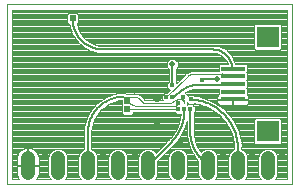
<source format=gbl>
G75*
%MOIN*%
%OFA0B0*%
%FSLAX25Y25*%
%IPPOS*%
%LPD*%
%AMOC8*
5,1,8,0,0,1.08239X$1,22.5*
%
%ADD10C,0.00000*%
%ADD11R,0.07874X0.01575*%
%ADD12R,0.07480X0.07087*%
%ADD13C,0.04800*%
%ADD14C,0.02800*%
%ADD15C,0.02000*%
%ADD16C,0.00400*%
%ADD17C,0.00700*%
%ADD18C,0.01600*%
%ADD19R,0.02000X0.02000*%
%ADD20C,0.00600*%
D10*
X0001351Y0007367D02*
X0096351Y0007367D01*
X0096351Y0067367D01*
X0001351Y0067367D01*
X0001351Y0007367D01*
D11*
X0076561Y0035771D03*
X0076561Y0038330D03*
X0076561Y0040889D03*
X0076561Y0043448D03*
X0076561Y0046007D03*
D12*
X0088175Y0056637D03*
X0088175Y0025141D03*
D13*
X0088251Y0016067D02*
X0088251Y0011267D01*
X0078251Y0011267D02*
X0078251Y0016067D01*
X0068251Y0016067D02*
X0068251Y0011267D01*
X0058251Y0011267D02*
X0058251Y0016067D01*
X0048251Y0016067D02*
X0048251Y0011267D01*
X0038251Y0011267D02*
X0038251Y0016067D01*
X0028251Y0016067D02*
X0028251Y0011267D01*
X0018251Y0011267D02*
X0018251Y0016067D01*
X0008251Y0016067D02*
X0008251Y0011267D01*
D14*
X0051357Y0036322D03*
D15*
X0051351Y0027367D03*
X0058851Y0021367D03*
X0070851Y0026367D03*
X0073351Y0017367D03*
X0082851Y0017367D03*
X0092851Y0017367D03*
X0071251Y0042567D03*
X0056351Y0047367D03*
X0043851Y0017367D03*
X0033351Y0017367D03*
X0013851Y0017367D03*
D16*
X0015145Y0016931D02*
X0011749Y0016931D01*
X0011712Y0017117D02*
X0011441Y0017772D01*
X0011047Y0018362D01*
X0010546Y0018863D01*
X0009956Y0019257D01*
X0009301Y0019528D01*
X0008605Y0019667D01*
X0008451Y0019667D01*
X0008451Y0013867D01*
X0008051Y0013867D01*
X0008051Y0019667D01*
X0007896Y0019667D01*
X0007201Y0019528D01*
X0006546Y0019257D01*
X0005956Y0018863D01*
X0005454Y0018362D01*
X0005061Y0017772D01*
X0004789Y0017117D01*
X0004651Y0016421D01*
X0004651Y0013867D01*
X0008051Y0013867D01*
X0008051Y0013467D01*
X0004651Y0013467D01*
X0004651Y0010912D01*
X0004789Y0010217D01*
X0005061Y0009561D01*
X0005391Y0009067D01*
X0003051Y0009067D01*
X0003051Y0065667D01*
X0094651Y0065667D01*
X0094651Y0009067D01*
X0090576Y0009067D01*
X0090964Y0009454D01*
X0091451Y0010630D01*
X0091451Y0016703D01*
X0090964Y0017879D01*
X0090063Y0018779D01*
X0088887Y0019267D01*
X0087614Y0019267D01*
X0086438Y0018779D01*
X0085538Y0017879D01*
X0085051Y0016703D01*
X0085051Y0010630D01*
X0085538Y0009454D01*
X0085925Y0009067D01*
X0080576Y0009067D01*
X0080964Y0009454D01*
X0081451Y0010630D01*
X0081451Y0016703D01*
X0080964Y0017879D01*
X0080063Y0018779D01*
X0079429Y0019042D01*
X0079516Y0020767D01*
X0078546Y0025285D01*
X0076439Y0029399D01*
X0073340Y0032827D01*
X0073340Y0032827D01*
X0069459Y0035337D01*
X0069459Y0035337D01*
X0065061Y0036756D01*
X0065061Y0036756D01*
X0063865Y0036816D01*
X0063358Y0037324D01*
X0062032Y0037324D01*
X0061730Y0037021D01*
X0061730Y0037030D01*
X0060792Y0037967D01*
X0060495Y0037967D01*
X0061195Y0038471D01*
X0063212Y0039221D01*
X0064288Y0039317D01*
X0071824Y0039317D01*
X0071824Y0037455D01*
X0071663Y0037295D01*
X0071505Y0037022D01*
X0071424Y0036716D01*
X0071424Y0035965D01*
X0076367Y0035965D01*
X0076367Y0035577D01*
X0076754Y0035577D01*
X0076754Y0033784D01*
X0080656Y0033784D01*
X0080961Y0033865D01*
X0081234Y0034023D01*
X0081458Y0034247D01*
X0081616Y0034520D01*
X0081698Y0034826D01*
X0081698Y0035577D01*
X0076754Y0035577D01*
X0076754Y0035965D01*
X0081698Y0035965D01*
X0081698Y0036716D01*
X0081616Y0037022D01*
X0081458Y0037295D01*
X0081298Y0037455D01*
X0081298Y0039449D01*
X0081137Y0039610D01*
X0081298Y0039770D01*
X0081298Y0042008D01*
X0081137Y0042169D01*
X0081298Y0042329D01*
X0081298Y0044567D01*
X0081137Y0044728D01*
X0081298Y0044888D01*
X0081298Y0047126D01*
X0080829Y0047595D01*
X0077462Y0047595D01*
X0076358Y0050261D01*
X0074245Y0052373D01*
X0074245Y0052373D01*
X0071485Y0053517D01*
X0033551Y0053517D01*
X0032104Y0053631D01*
X0029351Y0054525D01*
X0027010Y0056226D01*
X0025309Y0058567D01*
X0024518Y0061002D01*
X0024951Y0061435D01*
X0024951Y0064098D01*
X0024482Y0064567D01*
X0021819Y0064567D01*
X0021351Y0064098D01*
X0021351Y0061435D01*
X0021819Y0060967D01*
X0022001Y0060967D01*
X0022001Y0060937D01*
X0023131Y0057458D01*
X0023131Y0057458D01*
X0025282Y0054498D01*
X0028242Y0052347D01*
X0031721Y0051217D01*
X0069991Y0051217D01*
X0071008Y0051117D01*
X0072886Y0050339D01*
X0074323Y0048901D01*
X0074864Y0047595D01*
X0072292Y0047595D01*
X0071824Y0047126D01*
X0071824Y0045167D01*
X0062530Y0045167D01*
X0061261Y0044641D01*
X0061261Y0044641D01*
X0061067Y0044447D01*
X0061065Y0044447D01*
X0060773Y0044153D01*
X0060482Y0043862D01*
X0060482Y0043860D01*
X0057836Y0041195D01*
X0057543Y0041487D01*
X0057511Y0045981D01*
X0058151Y0046621D01*
X0058151Y0048112D01*
X0057096Y0049167D01*
X0055605Y0049167D01*
X0054551Y0048112D01*
X0054551Y0046621D01*
X0055211Y0045961D01*
X0055243Y0041471D01*
X0054801Y0041029D01*
X0054801Y0039704D01*
X0055581Y0038924D01*
X0054630Y0037967D01*
X0053788Y0037967D01*
X0052851Y0037029D01*
X0052851Y0035704D01*
X0053188Y0035367D01*
X0048039Y0035367D01*
X0047698Y0035400D01*
X0047068Y0035661D01*
X0046864Y0035829D01*
X0046479Y0036441D01*
X0046479Y0036441D01*
X0046479Y0036441D01*
X0045058Y0037448D01*
X0045058Y0037448D01*
X0044490Y0037578D01*
X0044401Y0037667D01*
X0044099Y0037667D01*
X0043805Y0037734D01*
X0043698Y0037667D01*
X0040827Y0037667D01*
X0040677Y0037817D01*
X0038126Y0037817D01*
X0034179Y0036534D01*
X0030822Y0034095D01*
X0028383Y0030738D01*
X0027101Y0026791D01*
X0027101Y0019054D01*
X0026438Y0018779D01*
X0025538Y0017879D01*
X0025051Y0016703D01*
X0025051Y0010630D01*
X0025538Y0009454D01*
X0025925Y0009067D01*
X0020576Y0009067D01*
X0020964Y0009454D01*
X0021451Y0010630D01*
X0021451Y0016703D01*
X0020964Y0017879D01*
X0020063Y0018779D01*
X0018887Y0019267D01*
X0017614Y0019267D01*
X0016438Y0018779D01*
X0015538Y0017879D01*
X0015051Y0016703D01*
X0015051Y0010630D01*
X0015538Y0009454D01*
X0015925Y0009067D01*
X0011110Y0009067D01*
X0011441Y0009561D01*
X0011712Y0010217D01*
X0011851Y0010912D01*
X0011851Y0013467D01*
X0008451Y0013467D01*
X0008451Y0013867D01*
X0011851Y0013867D01*
X0011851Y0016421D01*
X0011712Y0017117D01*
X0011624Y0017329D02*
X0015310Y0017329D01*
X0015475Y0017728D02*
X0011459Y0017728D01*
X0011204Y0018126D02*
X0015785Y0018126D01*
X0016184Y0018525D02*
X0010884Y0018525D01*
X0010455Y0018923D02*
X0016786Y0018923D01*
X0019716Y0018923D02*
X0026786Y0018923D01*
X0027101Y0019322D02*
X0009799Y0019322D01*
X0008451Y0019322D02*
X0008051Y0019322D01*
X0008051Y0018923D02*
X0008451Y0018923D01*
X0008451Y0018525D02*
X0008051Y0018525D01*
X0008051Y0018126D02*
X0008451Y0018126D01*
X0008451Y0017728D02*
X0008051Y0017728D01*
X0008051Y0017329D02*
X0008451Y0017329D01*
X0008451Y0016931D02*
X0008051Y0016931D01*
X0008051Y0016532D02*
X0008451Y0016532D01*
X0008451Y0016134D02*
X0008051Y0016134D01*
X0008051Y0015735D02*
X0008451Y0015735D01*
X0008451Y0015337D02*
X0008051Y0015337D01*
X0008051Y0014938D02*
X0008451Y0014938D01*
X0008451Y0014540D02*
X0008051Y0014540D01*
X0008051Y0014141D02*
X0008451Y0014141D01*
X0008451Y0013743D02*
X0015051Y0013743D01*
X0015051Y0014141D02*
X0011851Y0014141D01*
X0011851Y0014540D02*
X0015051Y0014540D01*
X0015051Y0014938D02*
X0011851Y0014938D01*
X0011851Y0015337D02*
X0015051Y0015337D01*
X0015051Y0015735D02*
X0011851Y0015735D01*
X0011851Y0016134D02*
X0015051Y0016134D01*
X0015051Y0016532D02*
X0011829Y0016532D01*
X0011851Y0013344D02*
X0015051Y0013344D01*
X0015051Y0012946D02*
X0011851Y0012946D01*
X0011851Y0012547D02*
X0015051Y0012547D01*
X0015051Y0012149D02*
X0011851Y0012149D01*
X0011851Y0011750D02*
X0015051Y0011750D01*
X0015051Y0011352D02*
X0011851Y0011352D01*
X0011851Y0010953D02*
X0015051Y0010953D01*
X0015082Y0010555D02*
X0011780Y0010555D01*
X0011687Y0010156D02*
X0015247Y0010156D01*
X0015412Y0009758D02*
X0011522Y0009758D01*
X0011306Y0009359D02*
X0015633Y0009359D01*
X0020869Y0009359D02*
X0025633Y0009359D01*
X0025412Y0009758D02*
X0021089Y0009758D01*
X0021254Y0010156D02*
X0025247Y0010156D01*
X0025082Y0010555D02*
X0021420Y0010555D01*
X0021451Y0010953D02*
X0025051Y0010953D01*
X0025051Y0011352D02*
X0021451Y0011352D01*
X0021451Y0011750D02*
X0025051Y0011750D01*
X0025051Y0012149D02*
X0021451Y0012149D01*
X0021451Y0012547D02*
X0025051Y0012547D01*
X0025051Y0012946D02*
X0021451Y0012946D01*
X0021451Y0013344D02*
X0025051Y0013344D01*
X0025051Y0013743D02*
X0021451Y0013743D01*
X0021451Y0014141D02*
X0025051Y0014141D01*
X0025051Y0014540D02*
X0021451Y0014540D01*
X0021451Y0014938D02*
X0025051Y0014938D01*
X0025051Y0015337D02*
X0021451Y0015337D01*
X0021451Y0015735D02*
X0025051Y0015735D01*
X0025051Y0016134D02*
X0021451Y0016134D01*
X0021451Y0016532D02*
X0025051Y0016532D01*
X0025145Y0016931D02*
X0021356Y0016931D01*
X0021191Y0017329D02*
X0025310Y0017329D01*
X0025475Y0017728D02*
X0021026Y0017728D01*
X0020716Y0018126D02*
X0025785Y0018126D01*
X0026184Y0018525D02*
X0020318Y0018525D01*
X0027101Y0019721D02*
X0003051Y0019721D01*
X0003051Y0020119D02*
X0027101Y0020119D01*
X0027101Y0020518D02*
X0003051Y0020518D01*
X0003051Y0020916D02*
X0027101Y0020916D01*
X0027101Y0021315D02*
X0003051Y0021315D01*
X0003051Y0021713D02*
X0027101Y0021713D01*
X0027101Y0022112D02*
X0003051Y0022112D01*
X0003051Y0022510D02*
X0027101Y0022510D01*
X0027101Y0022909D02*
X0003051Y0022909D01*
X0003051Y0023307D02*
X0027101Y0023307D01*
X0027101Y0023706D02*
X0003051Y0023706D01*
X0003051Y0024104D02*
X0027101Y0024104D01*
X0027101Y0024503D02*
X0003051Y0024503D01*
X0003051Y0024901D02*
X0027101Y0024901D01*
X0027101Y0025300D02*
X0003051Y0025300D01*
X0003051Y0025698D02*
X0027101Y0025698D01*
X0027101Y0026097D02*
X0003051Y0026097D01*
X0003051Y0026495D02*
X0027101Y0026495D01*
X0027134Y0026894D02*
X0003051Y0026894D01*
X0003051Y0027292D02*
X0027263Y0027292D01*
X0027393Y0027691D02*
X0003051Y0027691D01*
X0003051Y0028089D02*
X0027522Y0028089D01*
X0027652Y0028488D02*
X0003051Y0028488D01*
X0003051Y0028886D02*
X0027781Y0028886D01*
X0027911Y0029285D02*
X0003051Y0029285D01*
X0003051Y0029683D02*
X0028040Y0029683D01*
X0028170Y0030082D02*
X0003051Y0030082D01*
X0003051Y0030480D02*
X0028299Y0030480D01*
X0028383Y0030738D02*
X0028383Y0030738D01*
X0028485Y0030879D02*
X0003051Y0030879D01*
X0003051Y0031277D02*
X0028775Y0031277D01*
X0029064Y0031676D02*
X0003051Y0031676D01*
X0003051Y0032074D02*
X0029354Y0032074D01*
X0029644Y0032473D02*
X0003051Y0032473D01*
X0003051Y0032871D02*
X0029933Y0032871D01*
X0030223Y0033270D02*
X0003051Y0033270D01*
X0003051Y0033668D02*
X0030512Y0033668D01*
X0030802Y0034067D02*
X0003051Y0034067D01*
X0003051Y0034465D02*
X0031332Y0034465D01*
X0030822Y0034095D02*
X0030822Y0034095D01*
X0030822Y0034095D01*
X0031880Y0034864D02*
X0003051Y0034864D01*
X0003051Y0035262D02*
X0032429Y0035262D01*
X0032977Y0035661D02*
X0003051Y0035661D01*
X0003051Y0036059D02*
X0033526Y0036059D01*
X0034074Y0036458D02*
X0003051Y0036458D01*
X0003051Y0036856D02*
X0035171Y0036856D01*
X0034179Y0036534D02*
X0034179Y0036534D01*
X0036397Y0037255D02*
X0003051Y0037255D01*
X0003051Y0037654D02*
X0037624Y0037654D01*
X0038511Y0035384D02*
X0039601Y0035469D01*
X0039601Y0033785D01*
X0039619Y0033767D01*
X0039601Y0033748D01*
X0039601Y0031085D01*
X0040069Y0030617D01*
X0042732Y0030617D01*
X0043201Y0031085D01*
X0043201Y0031422D01*
X0057142Y0031463D01*
X0057738Y0030867D01*
X0059064Y0030867D01*
X0059159Y0030962D01*
X0059090Y0029914D01*
X0058216Y0026651D01*
X0056527Y0023725D01*
X0055410Y0022453D01*
X0055167Y0022209D01*
X0055074Y0022116D01*
X0050900Y0017943D01*
X0050063Y0018779D01*
X0048887Y0019267D01*
X0047614Y0019267D01*
X0046438Y0018779D01*
X0045538Y0017879D01*
X0045051Y0016703D01*
X0045051Y0010630D01*
X0045538Y0009454D01*
X0045925Y0009067D01*
X0040576Y0009067D01*
X0040964Y0009454D01*
X0041451Y0010630D01*
X0041451Y0016703D01*
X0040964Y0017879D01*
X0040063Y0018779D01*
X0038887Y0019267D01*
X0037614Y0019267D01*
X0036438Y0018779D01*
X0035538Y0017879D01*
X0035051Y0016703D01*
X0035051Y0010630D01*
X0035538Y0009454D01*
X0035925Y0009067D01*
X0030576Y0009067D01*
X0030964Y0009454D01*
X0031451Y0010630D01*
X0031451Y0016703D01*
X0030964Y0017879D01*
X0030063Y0018779D01*
X0029401Y0019054D01*
X0029401Y0024717D01*
X0029534Y0026406D01*
X0030578Y0029620D01*
X0032564Y0032353D01*
X0035298Y0034340D01*
X0038511Y0035384D01*
X0038138Y0035262D02*
X0039601Y0035262D01*
X0039601Y0034864D02*
X0036912Y0034864D01*
X0035685Y0034465D02*
X0039601Y0034465D01*
X0039601Y0034067D02*
X0034922Y0034067D01*
X0034374Y0033668D02*
X0039601Y0033668D01*
X0039601Y0033270D02*
X0033825Y0033270D01*
X0033277Y0032871D02*
X0039601Y0032871D01*
X0039601Y0032473D02*
X0032728Y0032473D01*
X0032361Y0032074D02*
X0039601Y0032074D01*
X0039601Y0031676D02*
X0032072Y0031676D01*
X0031782Y0031277D02*
X0039601Y0031277D01*
X0039807Y0030879D02*
X0031493Y0030879D01*
X0031203Y0030480D02*
X0059127Y0030480D01*
X0059101Y0030082D02*
X0030914Y0030082D01*
X0030624Y0029683D02*
X0059028Y0029683D01*
X0058921Y0029285D02*
X0030469Y0029285D01*
X0030340Y0028886D02*
X0058815Y0028886D01*
X0058708Y0028488D02*
X0030210Y0028488D01*
X0030081Y0028089D02*
X0058601Y0028089D01*
X0058494Y0027691D02*
X0029951Y0027691D01*
X0029822Y0027292D02*
X0058388Y0027292D01*
X0058281Y0026894D02*
X0029692Y0026894D01*
X0029563Y0026495D02*
X0058126Y0026495D01*
X0057896Y0026097D02*
X0029509Y0026097D01*
X0029478Y0025698D02*
X0057666Y0025698D01*
X0057436Y0025300D02*
X0029447Y0025300D01*
X0029415Y0024901D02*
X0057205Y0024901D01*
X0056975Y0024503D02*
X0029401Y0024503D01*
X0029401Y0024104D02*
X0056745Y0024104D01*
X0056509Y0023706D02*
X0029401Y0023706D01*
X0029401Y0023307D02*
X0056160Y0023307D01*
X0055810Y0022909D02*
X0029401Y0022909D01*
X0029401Y0022510D02*
X0055461Y0022510D01*
X0055069Y0022112D02*
X0029401Y0022112D01*
X0029401Y0021713D02*
X0054671Y0021713D01*
X0054272Y0021315D02*
X0029401Y0021315D01*
X0029401Y0020916D02*
X0053874Y0020916D01*
X0053475Y0020518D02*
X0029401Y0020518D01*
X0029401Y0020119D02*
X0053077Y0020119D01*
X0052678Y0019721D02*
X0029401Y0019721D01*
X0029401Y0019322D02*
X0052280Y0019322D01*
X0051881Y0018923D02*
X0049716Y0018923D01*
X0050318Y0018525D02*
X0051483Y0018525D01*
X0051084Y0018126D02*
X0050716Y0018126D01*
X0052344Y0016134D02*
X0055051Y0016134D01*
X0055051Y0016532D02*
X0052743Y0016532D01*
X0053141Y0016931D02*
X0055145Y0016931D01*
X0055051Y0016703D02*
X0055051Y0010630D01*
X0055538Y0009454D01*
X0055925Y0009067D01*
X0050576Y0009067D01*
X0050964Y0009454D01*
X0051451Y0010630D01*
X0051451Y0015240D01*
X0056700Y0020489D01*
X0056795Y0020585D01*
X0057374Y0021163D01*
X0058456Y0022245D01*
X0060462Y0025721D01*
X0061185Y0028418D01*
X0061174Y0025461D01*
X0061166Y0023538D01*
X0062215Y0019582D01*
X0062215Y0019582D01*
X0064257Y0016034D01*
X0065051Y0015240D01*
X0065051Y0010630D01*
X0065538Y0009454D01*
X0065925Y0009067D01*
X0060576Y0009067D01*
X0060964Y0009454D01*
X0061451Y0010630D01*
X0061451Y0016703D01*
X0060964Y0017879D01*
X0060063Y0018779D01*
X0058887Y0019267D01*
X0057614Y0019267D01*
X0056438Y0018779D01*
X0055538Y0017879D01*
X0055051Y0016703D01*
X0055310Y0017329D02*
X0053540Y0017329D01*
X0053938Y0017728D02*
X0055475Y0017728D01*
X0055785Y0018126D02*
X0054337Y0018126D01*
X0054735Y0018525D02*
X0056184Y0018525D01*
X0056786Y0018923D02*
X0055134Y0018923D01*
X0055532Y0019322D02*
X0062364Y0019322D01*
X0062178Y0019721D02*
X0055931Y0019721D01*
X0056330Y0020119D02*
X0062072Y0020119D01*
X0061967Y0020518D02*
X0056728Y0020518D01*
X0057127Y0020916D02*
X0061861Y0020916D01*
X0061755Y0021315D02*
X0057525Y0021315D01*
X0057924Y0021713D02*
X0061650Y0021713D01*
X0061544Y0022112D02*
X0058322Y0022112D01*
X0058456Y0022245D02*
X0058456Y0022245D01*
X0058609Y0022510D02*
X0061438Y0022510D01*
X0061333Y0022909D02*
X0058839Y0022909D01*
X0059069Y0023307D02*
X0061227Y0023307D01*
X0061166Y0023538D02*
X0061166Y0023538D01*
X0061167Y0023706D02*
X0059299Y0023706D01*
X0059529Y0024104D02*
X0061168Y0024104D01*
X0061170Y0024503D02*
X0059759Y0024503D01*
X0059989Y0024901D02*
X0061171Y0024901D01*
X0061173Y0025300D02*
X0060219Y0025300D01*
X0060449Y0025698D02*
X0061174Y0025698D01*
X0061176Y0026097D02*
X0060563Y0026097D01*
X0060462Y0025721D02*
X0060462Y0025721D01*
X0060670Y0026495D02*
X0061178Y0026495D01*
X0061179Y0026894D02*
X0060776Y0026894D01*
X0060883Y0027292D02*
X0061181Y0027292D01*
X0061182Y0027691D02*
X0060990Y0027691D01*
X0061097Y0028089D02*
X0061184Y0028089D01*
X0063484Y0028089D02*
X0074347Y0028089D01*
X0074422Y0028006D02*
X0076236Y0024462D01*
X0077072Y0020569D01*
X0077095Y0019052D01*
X0076438Y0018779D01*
X0075538Y0017879D01*
X0075051Y0016703D01*
X0075051Y0010630D01*
X0075538Y0009454D01*
X0075925Y0009067D01*
X0070576Y0009067D01*
X0070964Y0009454D01*
X0071451Y0010630D01*
X0071451Y0016703D01*
X0070964Y0017879D01*
X0070063Y0018779D01*
X0068887Y0019267D01*
X0067614Y0019267D01*
X0066438Y0018779D01*
X0065818Y0018160D01*
X0064466Y0020509D01*
X0063581Y0023848D01*
X0063474Y0025575D01*
X0063475Y0025719D01*
X0063476Y0026052D01*
X0063476Y0026052D01*
X0063496Y0031350D01*
X0063951Y0031804D01*
X0063951Y0033129D01*
X0063014Y0034067D01*
X0061688Y0034067D01*
X0061326Y0033704D01*
X0061164Y0033866D01*
X0061351Y0034052D01*
X0061351Y0034119D01*
X0061392Y0034171D01*
X0061351Y0034525D01*
X0061351Y0034805D01*
X0062032Y0034124D01*
X0063358Y0034124D01*
X0063687Y0034453D01*
X0064619Y0034345D01*
X0068408Y0033122D01*
X0071752Y0030960D01*
X0074422Y0028006D01*
X0074583Y0027691D02*
X0063482Y0027691D01*
X0063481Y0027292D02*
X0074787Y0027292D01*
X0074992Y0026894D02*
X0063479Y0026894D01*
X0063478Y0026495D02*
X0075196Y0026495D01*
X0075400Y0026097D02*
X0063476Y0026097D01*
X0063474Y0025698D02*
X0075604Y0025698D01*
X0075808Y0025300D02*
X0063491Y0025300D01*
X0063516Y0024901D02*
X0076012Y0024901D01*
X0076216Y0024503D02*
X0063540Y0024503D01*
X0063565Y0024104D02*
X0076313Y0024104D01*
X0076399Y0023706D02*
X0063619Y0023706D01*
X0063724Y0023307D02*
X0076484Y0023307D01*
X0076570Y0022909D02*
X0063830Y0022909D01*
X0063936Y0022510D02*
X0076656Y0022510D01*
X0076741Y0022112D02*
X0064041Y0022112D01*
X0064147Y0021713D02*
X0076827Y0021713D01*
X0076912Y0021315D02*
X0064253Y0021315D01*
X0064358Y0020916D02*
X0076998Y0020916D01*
X0077073Y0020518D02*
X0064464Y0020518D01*
X0064691Y0020119D02*
X0077079Y0020119D01*
X0077085Y0019721D02*
X0064920Y0019721D01*
X0065149Y0019322D02*
X0077091Y0019322D01*
X0076786Y0018923D02*
X0069716Y0018923D01*
X0070318Y0018525D02*
X0076184Y0018525D01*
X0075785Y0018126D02*
X0070716Y0018126D01*
X0071026Y0017728D02*
X0075475Y0017728D01*
X0075310Y0017329D02*
X0071191Y0017329D01*
X0071356Y0016931D02*
X0075145Y0016931D01*
X0075051Y0016532D02*
X0071451Y0016532D01*
X0071451Y0016134D02*
X0075051Y0016134D01*
X0075051Y0015735D02*
X0071451Y0015735D01*
X0071451Y0015337D02*
X0075051Y0015337D01*
X0075051Y0014938D02*
X0071451Y0014938D01*
X0071451Y0014540D02*
X0075051Y0014540D01*
X0075051Y0014141D02*
X0071451Y0014141D01*
X0071451Y0013743D02*
X0075051Y0013743D01*
X0075051Y0013344D02*
X0071451Y0013344D01*
X0071451Y0012946D02*
X0075051Y0012946D01*
X0075051Y0012547D02*
X0071451Y0012547D01*
X0071451Y0012149D02*
X0075051Y0012149D01*
X0075051Y0011750D02*
X0071451Y0011750D01*
X0071451Y0011352D02*
X0075051Y0011352D01*
X0075051Y0010953D02*
X0071451Y0010953D01*
X0071420Y0010555D02*
X0075082Y0010555D01*
X0075247Y0010156D02*
X0071254Y0010156D01*
X0071089Y0009758D02*
X0075412Y0009758D01*
X0075633Y0009359D02*
X0070869Y0009359D01*
X0065633Y0009359D02*
X0060869Y0009359D01*
X0061089Y0009758D02*
X0065412Y0009758D01*
X0065247Y0010156D02*
X0061254Y0010156D01*
X0061420Y0010555D02*
X0065082Y0010555D01*
X0065051Y0010953D02*
X0061451Y0010953D01*
X0061451Y0011352D02*
X0065051Y0011352D01*
X0065051Y0011750D02*
X0061451Y0011750D01*
X0061451Y0012149D02*
X0065051Y0012149D01*
X0065051Y0012547D02*
X0061451Y0012547D01*
X0061451Y0012946D02*
X0065051Y0012946D01*
X0065051Y0013344D02*
X0061451Y0013344D01*
X0061451Y0013743D02*
X0065051Y0013743D01*
X0065051Y0014141D02*
X0061451Y0014141D01*
X0061451Y0014540D02*
X0065051Y0014540D01*
X0065051Y0014938D02*
X0061451Y0014938D01*
X0061451Y0015337D02*
X0064954Y0015337D01*
X0064556Y0015735D02*
X0061451Y0015735D01*
X0061451Y0016134D02*
X0064199Y0016134D01*
X0064257Y0016034D02*
X0064257Y0016034D01*
X0063970Y0016532D02*
X0061451Y0016532D01*
X0061356Y0016931D02*
X0063741Y0016931D01*
X0063511Y0017329D02*
X0061191Y0017329D01*
X0061026Y0017728D02*
X0063282Y0017728D01*
X0063053Y0018126D02*
X0060716Y0018126D01*
X0060318Y0018525D02*
X0062823Y0018525D01*
X0062594Y0018923D02*
X0059716Y0018923D01*
X0055051Y0015735D02*
X0051946Y0015735D01*
X0051547Y0015337D02*
X0055051Y0015337D01*
X0055051Y0014938D02*
X0051451Y0014938D01*
X0051451Y0014540D02*
X0055051Y0014540D01*
X0055051Y0014141D02*
X0051451Y0014141D01*
X0051451Y0013743D02*
X0055051Y0013743D01*
X0055051Y0013344D02*
X0051451Y0013344D01*
X0051451Y0012946D02*
X0055051Y0012946D01*
X0055051Y0012547D02*
X0051451Y0012547D01*
X0051451Y0012149D02*
X0055051Y0012149D01*
X0055051Y0011750D02*
X0051451Y0011750D01*
X0051451Y0011352D02*
X0055051Y0011352D01*
X0055051Y0010953D02*
X0051451Y0010953D01*
X0051420Y0010555D02*
X0055082Y0010555D01*
X0055247Y0010156D02*
X0051254Y0010156D01*
X0051089Y0009758D02*
X0055412Y0009758D01*
X0055633Y0009359D02*
X0050869Y0009359D01*
X0045633Y0009359D02*
X0040869Y0009359D01*
X0041089Y0009758D02*
X0045412Y0009758D01*
X0045247Y0010156D02*
X0041254Y0010156D01*
X0041420Y0010555D02*
X0045082Y0010555D01*
X0045051Y0010953D02*
X0041451Y0010953D01*
X0041451Y0011352D02*
X0045051Y0011352D01*
X0045051Y0011750D02*
X0041451Y0011750D01*
X0041451Y0012149D02*
X0045051Y0012149D01*
X0045051Y0012547D02*
X0041451Y0012547D01*
X0041451Y0012946D02*
X0045051Y0012946D01*
X0045051Y0013344D02*
X0041451Y0013344D01*
X0041451Y0013743D02*
X0045051Y0013743D01*
X0045051Y0014141D02*
X0041451Y0014141D01*
X0041451Y0014540D02*
X0045051Y0014540D01*
X0045051Y0014938D02*
X0041451Y0014938D01*
X0041451Y0015337D02*
X0045051Y0015337D01*
X0045051Y0015735D02*
X0041451Y0015735D01*
X0041451Y0016134D02*
X0045051Y0016134D01*
X0045051Y0016532D02*
X0041451Y0016532D01*
X0041356Y0016931D02*
X0045145Y0016931D01*
X0045310Y0017329D02*
X0041191Y0017329D01*
X0041026Y0017728D02*
X0045475Y0017728D01*
X0045785Y0018126D02*
X0040716Y0018126D01*
X0040318Y0018525D02*
X0046184Y0018525D01*
X0046786Y0018923D02*
X0039716Y0018923D01*
X0036786Y0018923D02*
X0029716Y0018923D01*
X0030318Y0018525D02*
X0036184Y0018525D01*
X0035785Y0018126D02*
X0030716Y0018126D01*
X0031026Y0017728D02*
X0035475Y0017728D01*
X0035310Y0017329D02*
X0031191Y0017329D01*
X0031356Y0016931D02*
X0035145Y0016931D01*
X0035051Y0016532D02*
X0031451Y0016532D01*
X0031451Y0016134D02*
X0035051Y0016134D01*
X0035051Y0015735D02*
X0031451Y0015735D01*
X0031451Y0015337D02*
X0035051Y0015337D01*
X0035051Y0014938D02*
X0031451Y0014938D01*
X0031451Y0014540D02*
X0035051Y0014540D01*
X0035051Y0014141D02*
X0031451Y0014141D01*
X0031451Y0013743D02*
X0035051Y0013743D01*
X0035051Y0013344D02*
X0031451Y0013344D01*
X0031451Y0012946D02*
X0035051Y0012946D01*
X0035051Y0012547D02*
X0031451Y0012547D01*
X0031451Y0012149D02*
X0035051Y0012149D01*
X0035051Y0011750D02*
X0031451Y0011750D01*
X0031451Y0011352D02*
X0035051Y0011352D01*
X0035051Y0010953D02*
X0031451Y0010953D01*
X0031420Y0010555D02*
X0035082Y0010555D01*
X0035247Y0010156D02*
X0031254Y0010156D01*
X0031089Y0009758D02*
X0035412Y0009758D01*
X0035633Y0009359D02*
X0030869Y0009359D01*
X0008051Y0013743D02*
X0003051Y0013743D01*
X0003051Y0014141D02*
X0004651Y0014141D01*
X0004651Y0014540D02*
X0003051Y0014540D01*
X0003051Y0014938D02*
X0004651Y0014938D01*
X0004651Y0015337D02*
X0003051Y0015337D01*
X0003051Y0015735D02*
X0004651Y0015735D01*
X0004651Y0016134D02*
X0003051Y0016134D01*
X0003051Y0016532D02*
X0004673Y0016532D01*
X0004752Y0016931D02*
X0003051Y0016931D01*
X0003051Y0017329D02*
X0004877Y0017329D01*
X0005042Y0017728D02*
X0003051Y0017728D01*
X0003051Y0018126D02*
X0005297Y0018126D01*
X0005618Y0018525D02*
X0003051Y0018525D01*
X0003051Y0018923D02*
X0006047Y0018923D01*
X0006703Y0019322D02*
X0003051Y0019322D01*
X0003051Y0013344D02*
X0004651Y0013344D01*
X0004651Y0012946D02*
X0003051Y0012946D01*
X0003051Y0012547D02*
X0004651Y0012547D01*
X0004651Y0012149D02*
X0003051Y0012149D01*
X0003051Y0011750D02*
X0004651Y0011750D01*
X0004651Y0011352D02*
X0003051Y0011352D01*
X0003051Y0010953D02*
X0004651Y0010953D01*
X0004722Y0010555D02*
X0003051Y0010555D01*
X0003051Y0010156D02*
X0004814Y0010156D01*
X0004979Y0009758D02*
X0003051Y0009758D01*
X0003051Y0009359D02*
X0005196Y0009359D01*
X0041401Y0032417D02*
X0058401Y0032467D01*
X0057465Y0035444D02*
X0057544Y0035500D01*
X0057624Y0035552D01*
X0057707Y0035601D01*
X0057791Y0035647D01*
X0057878Y0035689D01*
X0057965Y0035728D01*
X0058055Y0035763D01*
X0058145Y0035795D01*
X0058237Y0035823D01*
X0058330Y0035848D01*
X0058424Y0035869D01*
X0058518Y0035886D01*
X0058614Y0035899D01*
X0058709Y0035908D01*
X0058805Y0035914D01*
X0058901Y0035916D01*
X0060130Y0036368D02*
X0060351Y0034467D01*
X0061358Y0034465D02*
X0061690Y0034465D01*
X0061351Y0034067D02*
X0065480Y0034067D01*
X0066714Y0033668D02*
X0063412Y0033668D01*
X0063810Y0033270D02*
X0067949Y0033270D01*
X0068795Y0032871D02*
X0063951Y0032871D01*
X0063951Y0032473D02*
X0069412Y0032473D01*
X0070028Y0032074D02*
X0063951Y0032074D01*
X0063823Y0031676D02*
X0070644Y0031676D01*
X0071261Y0031277D02*
X0063496Y0031277D01*
X0063495Y0030879D02*
X0071825Y0030879D01*
X0072185Y0030480D02*
X0063493Y0030480D01*
X0063492Y0030082D02*
X0072546Y0030082D01*
X0072906Y0029683D02*
X0063490Y0029683D01*
X0063488Y0029285D02*
X0073266Y0029285D01*
X0073626Y0028886D02*
X0063487Y0028886D01*
X0063485Y0028488D02*
X0073987Y0028488D01*
X0076182Y0029683D02*
X0094651Y0029683D01*
X0094651Y0029285D02*
X0092446Y0029285D01*
X0092246Y0029484D02*
X0092715Y0029016D01*
X0092715Y0021266D01*
X0092246Y0020798D01*
X0084103Y0020798D01*
X0083635Y0021266D01*
X0083635Y0029016D01*
X0084103Y0029484D01*
X0092246Y0029484D01*
X0092715Y0028886D02*
X0094651Y0028886D01*
X0094651Y0028488D02*
X0092715Y0028488D01*
X0092715Y0028089D02*
X0094651Y0028089D01*
X0094651Y0027691D02*
X0092715Y0027691D01*
X0092715Y0027292D02*
X0094651Y0027292D01*
X0094651Y0026894D02*
X0092715Y0026894D01*
X0092715Y0026495D02*
X0094651Y0026495D01*
X0094651Y0026097D02*
X0092715Y0026097D01*
X0092715Y0025698D02*
X0094651Y0025698D01*
X0094651Y0025300D02*
X0092715Y0025300D01*
X0092715Y0024901D02*
X0094651Y0024901D01*
X0094651Y0024503D02*
X0092715Y0024503D01*
X0092715Y0024104D02*
X0094651Y0024104D01*
X0094651Y0023706D02*
X0092715Y0023706D01*
X0092715Y0023307D02*
X0094651Y0023307D01*
X0094651Y0022909D02*
X0092715Y0022909D01*
X0092715Y0022510D02*
X0094651Y0022510D01*
X0094651Y0022112D02*
X0092715Y0022112D01*
X0092715Y0021713D02*
X0094651Y0021713D01*
X0094651Y0021315D02*
X0092715Y0021315D01*
X0092365Y0020916D02*
X0094651Y0020916D01*
X0094651Y0020518D02*
X0079503Y0020518D01*
X0079484Y0020916D02*
X0083985Y0020916D01*
X0083635Y0021315D02*
X0079398Y0021315D01*
X0079312Y0021713D02*
X0083635Y0021713D01*
X0083635Y0022112D02*
X0079227Y0022112D01*
X0079141Y0022510D02*
X0083635Y0022510D01*
X0083635Y0022909D02*
X0079056Y0022909D01*
X0078970Y0023307D02*
X0083635Y0023307D01*
X0083635Y0023706D02*
X0078885Y0023706D01*
X0078799Y0024104D02*
X0083635Y0024104D01*
X0083635Y0024503D02*
X0078714Y0024503D01*
X0078628Y0024901D02*
X0083635Y0024901D01*
X0083635Y0025300D02*
X0078538Y0025300D01*
X0078334Y0025698D02*
X0083635Y0025698D01*
X0083635Y0026097D02*
X0078130Y0026097D01*
X0077926Y0026495D02*
X0083635Y0026495D01*
X0083635Y0026894D02*
X0077722Y0026894D01*
X0077518Y0027292D02*
X0083635Y0027292D01*
X0083635Y0027691D02*
X0077314Y0027691D01*
X0077110Y0028089D02*
X0083635Y0028089D01*
X0083635Y0028488D02*
X0076906Y0028488D01*
X0076702Y0028886D02*
X0083635Y0028886D01*
X0083904Y0029285D02*
X0076498Y0029285D01*
X0076439Y0029399D02*
X0076439Y0029399D01*
X0075822Y0030082D02*
X0094651Y0030082D01*
X0094651Y0030480D02*
X0075462Y0030480D01*
X0075101Y0030879D02*
X0094651Y0030879D01*
X0094651Y0031277D02*
X0074741Y0031277D01*
X0074381Y0031676D02*
X0094651Y0031676D01*
X0094651Y0032074D02*
X0074021Y0032074D01*
X0073660Y0032473D02*
X0094651Y0032473D01*
X0094651Y0032871D02*
X0073272Y0032871D01*
X0073340Y0032827D02*
X0073340Y0032827D01*
X0072655Y0033270D02*
X0094651Y0033270D01*
X0094651Y0033668D02*
X0072039Y0033668D01*
X0072160Y0033865D02*
X0072466Y0033784D01*
X0076367Y0033784D01*
X0076367Y0035577D01*
X0071424Y0035577D01*
X0071424Y0034826D01*
X0071505Y0034520D01*
X0071663Y0034247D01*
X0071887Y0034023D01*
X0072160Y0033865D01*
X0071843Y0034067D02*
X0071423Y0034067D01*
X0071537Y0034465D02*
X0070806Y0034465D01*
X0070190Y0034864D02*
X0071424Y0034864D01*
X0071424Y0035262D02*
X0069574Y0035262D01*
X0068454Y0035661D02*
X0076367Y0035661D01*
X0076754Y0035661D02*
X0094651Y0035661D01*
X0094651Y0036059D02*
X0081698Y0036059D01*
X0081698Y0036458D02*
X0094651Y0036458D01*
X0094651Y0036856D02*
X0081660Y0036856D01*
X0081481Y0037255D02*
X0094651Y0037255D01*
X0094651Y0037654D02*
X0081298Y0037654D01*
X0081298Y0038052D02*
X0094651Y0038052D01*
X0094651Y0038451D02*
X0081298Y0038451D01*
X0081298Y0038849D02*
X0094651Y0038849D01*
X0094651Y0039248D02*
X0081298Y0039248D01*
X0081173Y0039646D02*
X0094651Y0039646D01*
X0094651Y0040045D02*
X0081298Y0040045D01*
X0081298Y0040443D02*
X0094651Y0040443D01*
X0094651Y0040842D02*
X0081298Y0040842D01*
X0081298Y0041240D02*
X0094651Y0041240D01*
X0094651Y0041639D02*
X0081298Y0041639D01*
X0081268Y0042037D02*
X0094651Y0042037D01*
X0094651Y0042436D02*
X0081298Y0042436D01*
X0081298Y0042834D02*
X0094651Y0042834D01*
X0094651Y0043233D02*
X0081298Y0043233D01*
X0081298Y0043631D02*
X0094651Y0043631D01*
X0094651Y0044030D02*
X0081298Y0044030D01*
X0081298Y0044428D02*
X0094651Y0044428D01*
X0094651Y0044827D02*
X0081236Y0044827D01*
X0081298Y0045225D02*
X0094651Y0045225D01*
X0094651Y0045624D02*
X0081298Y0045624D01*
X0081298Y0046022D02*
X0094651Y0046022D01*
X0094651Y0046421D02*
X0081298Y0046421D01*
X0081298Y0046819D02*
X0094651Y0046819D01*
X0094651Y0047218D02*
X0081206Y0047218D01*
X0077453Y0047616D02*
X0094651Y0047616D01*
X0094651Y0048015D02*
X0077288Y0048015D01*
X0077123Y0048413D02*
X0094651Y0048413D01*
X0094651Y0048812D02*
X0076958Y0048812D01*
X0076793Y0049210D02*
X0094651Y0049210D01*
X0094651Y0049609D02*
X0076628Y0049609D01*
X0076463Y0050007D02*
X0094651Y0050007D01*
X0094651Y0050406D02*
X0076213Y0050406D01*
X0075814Y0050804D02*
X0094651Y0050804D01*
X0094651Y0051203D02*
X0075416Y0051203D01*
X0075017Y0051601D02*
X0094651Y0051601D01*
X0094651Y0052000D02*
X0074619Y0052000D01*
X0074245Y0052373D02*
X0074245Y0052373D01*
X0074185Y0052398D02*
X0083999Y0052398D01*
X0084103Y0052294D02*
X0083635Y0052762D01*
X0083635Y0060512D01*
X0084103Y0060980D01*
X0092246Y0060980D01*
X0092715Y0060512D01*
X0092715Y0052762D01*
X0092246Y0052294D01*
X0084103Y0052294D01*
X0083635Y0052797D02*
X0073223Y0052797D01*
X0072260Y0053195D02*
X0083635Y0053195D01*
X0083635Y0053594D02*
X0032568Y0053594D01*
X0030990Y0053992D02*
X0083635Y0053992D01*
X0083635Y0054391D02*
X0029763Y0054391D01*
X0028987Y0054790D02*
X0083635Y0054790D01*
X0083635Y0055188D02*
X0028439Y0055188D01*
X0027890Y0055587D02*
X0083635Y0055587D01*
X0083635Y0055985D02*
X0027342Y0055985D01*
X0026896Y0056384D02*
X0083635Y0056384D01*
X0083635Y0056782D02*
X0026606Y0056782D01*
X0026316Y0057181D02*
X0083635Y0057181D01*
X0083635Y0057579D02*
X0026027Y0057579D01*
X0025737Y0057978D02*
X0083635Y0057978D01*
X0083635Y0058376D02*
X0025448Y0058376D01*
X0025242Y0058775D02*
X0083635Y0058775D01*
X0083635Y0059173D02*
X0025112Y0059173D01*
X0024983Y0059572D02*
X0083635Y0059572D01*
X0083635Y0059970D02*
X0024853Y0059970D01*
X0024724Y0060369D02*
X0083635Y0060369D01*
X0083890Y0060767D02*
X0024594Y0060767D01*
X0024681Y0061166D02*
X0094651Y0061166D01*
X0094651Y0061564D02*
X0024951Y0061564D01*
X0024951Y0061963D02*
X0094651Y0061963D01*
X0094651Y0062361D02*
X0024951Y0062361D01*
X0024951Y0062760D02*
X0094651Y0062760D01*
X0094651Y0063158D02*
X0024951Y0063158D01*
X0024951Y0063557D02*
X0094651Y0063557D01*
X0094651Y0063955D02*
X0024951Y0063955D01*
X0024695Y0064354D02*
X0094651Y0064354D01*
X0094651Y0064752D02*
X0003051Y0064752D01*
X0003051Y0064354D02*
X0021607Y0064354D01*
X0021351Y0063955D02*
X0003051Y0063955D01*
X0003051Y0063557D02*
X0021351Y0063557D01*
X0021351Y0063158D02*
X0003051Y0063158D01*
X0003051Y0062760D02*
X0021351Y0062760D01*
X0021351Y0062361D02*
X0003051Y0062361D01*
X0003051Y0061963D02*
X0021351Y0061963D01*
X0021351Y0061564D02*
X0003051Y0061564D01*
X0003051Y0061166D02*
X0021620Y0061166D01*
X0022056Y0060767D02*
X0003051Y0060767D01*
X0003051Y0060369D02*
X0022186Y0060369D01*
X0022315Y0059970D02*
X0003051Y0059970D01*
X0003051Y0059572D02*
X0022445Y0059572D01*
X0022574Y0059173D02*
X0003051Y0059173D01*
X0003051Y0058775D02*
X0022703Y0058775D01*
X0022833Y0058376D02*
X0003051Y0058376D01*
X0003051Y0057978D02*
X0022962Y0057978D01*
X0023092Y0057579D02*
X0003051Y0057579D01*
X0003051Y0057181D02*
X0023333Y0057181D01*
X0023622Y0056782D02*
X0003051Y0056782D01*
X0003051Y0056384D02*
X0023912Y0056384D01*
X0024201Y0055985D02*
X0003051Y0055985D01*
X0003051Y0055587D02*
X0024491Y0055587D01*
X0024780Y0055188D02*
X0003051Y0055188D01*
X0003051Y0054790D02*
X0025070Y0054790D01*
X0025282Y0054498D02*
X0025282Y0054498D01*
X0025282Y0054498D01*
X0025429Y0054391D02*
X0003051Y0054391D01*
X0003051Y0053992D02*
X0025977Y0053992D01*
X0026526Y0053594D02*
X0003051Y0053594D01*
X0003051Y0053195D02*
X0027074Y0053195D01*
X0027623Y0052797D02*
X0003051Y0052797D01*
X0003051Y0052398D02*
X0028171Y0052398D01*
X0028242Y0052347D02*
X0028242Y0052347D01*
X0029311Y0052000D02*
X0003051Y0052000D01*
X0003051Y0051601D02*
X0030537Y0051601D01*
X0041401Y0035117D02*
X0041510Y0035011D01*
X0041621Y0034908D01*
X0041736Y0034808D01*
X0041852Y0034710D01*
X0041972Y0034616D01*
X0042093Y0034525D01*
X0042218Y0034438D01*
X0042344Y0034353D01*
X0042472Y0034272D01*
X0042603Y0034195D01*
X0042736Y0034120D01*
X0042870Y0034050D01*
X0043006Y0033982D01*
X0043144Y0033919D01*
X0043284Y0033859D01*
X0043425Y0033803D01*
X0043568Y0033750D01*
X0043711Y0033701D01*
X0043857Y0033656D01*
X0044003Y0033615D01*
X0044150Y0033577D01*
X0044298Y0033544D01*
X0044447Y0033514D01*
X0044597Y0033488D01*
X0044747Y0033467D01*
X0044898Y0033449D01*
X0045050Y0033435D01*
X0045201Y0033425D01*
X0045353Y0033419D01*
X0045505Y0033417D01*
X0056779Y0033417D01*
X0057840Y0033856D02*
X0058401Y0034417D01*
X0058901Y0035917D02*
X0058977Y0035915D01*
X0059053Y0035909D01*
X0059128Y0035899D01*
X0059202Y0035885D01*
X0059276Y0035868D01*
X0059349Y0035846D01*
X0059421Y0035821D01*
X0059491Y0035792D01*
X0059559Y0035759D01*
X0059626Y0035723D01*
X0059691Y0035683D01*
X0059753Y0035640D01*
X0059814Y0035594D01*
X0059871Y0035545D01*
X0059926Y0035492D01*
X0059979Y0035437D01*
X0060028Y0035380D01*
X0060074Y0035319D01*
X0060117Y0035257D01*
X0060157Y0035192D01*
X0060193Y0035125D01*
X0060226Y0035057D01*
X0060255Y0034987D01*
X0060280Y0034915D01*
X0060302Y0034842D01*
X0060319Y0034768D01*
X0060333Y0034694D01*
X0060343Y0034619D01*
X0060349Y0034543D01*
X0060351Y0034467D01*
X0057465Y0035445D02*
X0056001Y0034367D01*
X0048039Y0034367D01*
X0047698Y0035400D02*
X0047698Y0035400D01*
X0047069Y0035661D02*
X0052894Y0035661D01*
X0052851Y0036059D02*
X0046719Y0036059D01*
X0046455Y0036458D02*
X0052851Y0036458D01*
X0052851Y0036856D02*
X0045893Y0036856D01*
X0045330Y0037255D02*
X0053076Y0037255D01*
X0053475Y0037654D02*
X0044414Y0037654D01*
X0043987Y0036667D02*
X0040201Y0036667D01*
X0043987Y0036667D02*
X0044099Y0036639D01*
X0044210Y0036608D01*
X0044320Y0036573D01*
X0044429Y0036534D01*
X0044536Y0036491D01*
X0044641Y0036445D01*
X0044746Y0036395D01*
X0044848Y0036342D01*
X0044948Y0036285D01*
X0045047Y0036225D01*
X0045143Y0036162D01*
X0045237Y0036095D01*
X0045329Y0036025D01*
X0045418Y0035952D01*
X0045505Y0035876D01*
X0045589Y0035797D01*
X0045671Y0035716D01*
X0045749Y0035631D01*
X0045825Y0035544D01*
X0045897Y0035455D01*
X0045967Y0035363D01*
X0046033Y0035268D01*
X0046096Y0035172D01*
X0046095Y0035171D02*
X0046169Y0035100D01*
X0046246Y0035031D01*
X0046325Y0034966D01*
X0046407Y0034903D01*
X0046490Y0034844D01*
X0046576Y0034787D01*
X0046664Y0034734D01*
X0046754Y0034685D01*
X0046846Y0034638D01*
X0046940Y0034595D01*
X0047035Y0034556D01*
X0047131Y0034520D01*
X0047229Y0034488D01*
X0047328Y0034460D01*
X0047427Y0034435D01*
X0047528Y0034414D01*
X0047629Y0034397D01*
X0047731Y0034383D01*
X0047834Y0034374D01*
X0047936Y0034368D01*
X0048039Y0034366D01*
X0043201Y0031277D02*
X0057327Y0031277D01*
X0057726Y0030879D02*
X0042994Y0030879D01*
X0054451Y0036367D02*
X0061482Y0043448D01*
X0060650Y0044030D02*
X0057525Y0044030D01*
X0057522Y0044428D02*
X0061046Y0044428D01*
X0061709Y0044827D02*
X0057519Y0044827D01*
X0057516Y0045225D02*
X0071824Y0045225D01*
X0071824Y0045624D02*
X0057513Y0045624D01*
X0057552Y0046022D02*
X0071824Y0046022D01*
X0071824Y0046421D02*
X0057950Y0046421D01*
X0058151Y0046819D02*
X0071824Y0046819D01*
X0071915Y0047218D02*
X0058151Y0047218D01*
X0058151Y0047616D02*
X0074855Y0047616D01*
X0074690Y0048015D02*
X0058151Y0048015D01*
X0057850Y0048413D02*
X0074525Y0048413D01*
X0074360Y0048812D02*
X0057451Y0048812D01*
X0055250Y0048812D02*
X0003051Y0048812D01*
X0003051Y0049210D02*
X0074014Y0049210D01*
X0073615Y0049609D02*
X0003051Y0049609D01*
X0003051Y0050007D02*
X0073217Y0050007D01*
X0072723Y0050406D02*
X0003051Y0050406D01*
X0003051Y0050804D02*
X0071761Y0050804D01*
X0070131Y0051203D02*
X0003051Y0051203D01*
X0003051Y0048413D02*
X0054852Y0048413D01*
X0054551Y0048015D02*
X0003051Y0048015D01*
X0003051Y0047616D02*
X0054551Y0047616D01*
X0054551Y0047218D02*
X0003051Y0047218D01*
X0003051Y0046819D02*
X0054551Y0046819D01*
X0054751Y0046421D02*
X0003051Y0046421D01*
X0003051Y0046022D02*
X0055150Y0046022D01*
X0055213Y0045624D02*
X0003051Y0045624D01*
X0003051Y0045225D02*
X0055216Y0045225D01*
X0055219Y0044827D02*
X0003051Y0044827D01*
X0003051Y0044428D02*
X0055222Y0044428D01*
X0055225Y0044030D02*
X0003051Y0044030D01*
X0003051Y0043631D02*
X0055227Y0043631D01*
X0055230Y0043233D02*
X0003051Y0043233D01*
X0003051Y0042834D02*
X0055233Y0042834D01*
X0055236Y0042436D02*
X0003051Y0042436D01*
X0003051Y0042037D02*
X0055239Y0042037D01*
X0055242Y0041639D02*
X0003051Y0041639D01*
X0003051Y0041240D02*
X0055012Y0041240D01*
X0054801Y0040842D02*
X0003051Y0040842D01*
X0003051Y0040443D02*
X0054801Y0040443D01*
X0054801Y0040045D02*
X0003051Y0040045D01*
X0003051Y0039646D02*
X0054859Y0039646D01*
X0055257Y0039248D02*
X0003051Y0039248D01*
X0003051Y0038849D02*
X0055506Y0038849D01*
X0055111Y0038451D02*
X0003051Y0038451D01*
X0003051Y0038052D02*
X0054715Y0038052D01*
X0056779Y0033417D02*
X0056853Y0033419D01*
X0056926Y0033424D01*
X0056999Y0033433D01*
X0057072Y0033446D01*
X0057143Y0033462D01*
X0057214Y0033482D01*
X0057284Y0033505D01*
X0057353Y0033531D01*
X0057420Y0033561D01*
X0057486Y0033594D01*
X0057550Y0033630D01*
X0057612Y0033670D01*
X0057673Y0033712D01*
X0057731Y0033757D01*
X0057786Y0033806D01*
X0057840Y0033856D01*
X0059076Y0030879D02*
X0059153Y0030879D01*
X0063825Y0036856D02*
X0071461Y0036856D01*
X0071424Y0036458D02*
X0065984Y0036458D01*
X0067219Y0036059D02*
X0071424Y0036059D01*
X0071640Y0037255D02*
X0063426Y0037255D01*
X0061963Y0037255D02*
X0061505Y0037255D01*
X0061106Y0037654D02*
X0071824Y0037654D01*
X0071824Y0038052D02*
X0060613Y0038052D01*
X0061167Y0038451D02*
X0071824Y0038451D01*
X0071824Y0038849D02*
X0062213Y0038849D01*
X0063514Y0039248D02*
X0071824Y0039248D01*
X0066351Y0042317D02*
X0066351Y0042567D01*
X0066351Y0042317D02*
X0066301Y0042317D01*
X0063217Y0044167D02*
X0063121Y0044165D01*
X0063025Y0044159D01*
X0062929Y0044150D01*
X0062833Y0044137D01*
X0062738Y0044120D01*
X0062644Y0044099D01*
X0062551Y0044075D01*
X0062459Y0044047D01*
X0062368Y0044015D01*
X0062278Y0043980D01*
X0062190Y0043942D01*
X0062103Y0043900D01*
X0062018Y0043854D01*
X0061935Y0043806D01*
X0061854Y0043754D01*
X0061775Y0043699D01*
X0061698Y0043640D01*
X0061624Y0043579D01*
X0061552Y0043515D01*
X0061482Y0043449D01*
X0060255Y0043631D02*
X0057527Y0043631D01*
X0057530Y0043233D02*
X0059859Y0043233D01*
X0059463Y0042834D02*
X0057533Y0042834D01*
X0057536Y0042436D02*
X0059068Y0042436D01*
X0058672Y0042037D02*
X0057539Y0042037D01*
X0057542Y0041639D02*
X0058276Y0041639D01*
X0057881Y0041240D02*
X0057790Y0041240D01*
X0063217Y0044167D02*
X0072951Y0044167D01*
X0073669Y0043448D02*
X0076561Y0043448D01*
X0076561Y0046007D02*
X0076351Y0046007D01*
X0076367Y0035262D02*
X0076754Y0035262D01*
X0076754Y0034864D02*
X0076367Y0034864D01*
X0076367Y0034465D02*
X0076754Y0034465D01*
X0076754Y0034067D02*
X0076367Y0034067D01*
X0081278Y0034067D02*
X0094651Y0034067D01*
X0094651Y0034465D02*
X0081584Y0034465D01*
X0081698Y0034864D02*
X0094651Y0034864D01*
X0094651Y0035262D02*
X0081698Y0035262D01*
X0079483Y0020119D02*
X0094651Y0020119D01*
X0094651Y0019721D02*
X0079463Y0019721D01*
X0079443Y0019322D02*
X0094651Y0019322D01*
X0094651Y0018923D02*
X0089716Y0018923D01*
X0090318Y0018525D02*
X0094651Y0018525D01*
X0094651Y0018126D02*
X0090716Y0018126D01*
X0091026Y0017728D02*
X0094651Y0017728D01*
X0094651Y0017329D02*
X0091191Y0017329D01*
X0091356Y0016931D02*
X0094651Y0016931D01*
X0094651Y0016532D02*
X0091451Y0016532D01*
X0091451Y0016134D02*
X0094651Y0016134D01*
X0094651Y0015735D02*
X0091451Y0015735D01*
X0091451Y0015337D02*
X0094651Y0015337D01*
X0094651Y0014938D02*
X0091451Y0014938D01*
X0091451Y0014540D02*
X0094651Y0014540D01*
X0094651Y0014141D02*
X0091451Y0014141D01*
X0091451Y0013743D02*
X0094651Y0013743D01*
X0094651Y0013344D02*
X0091451Y0013344D01*
X0091451Y0012946D02*
X0094651Y0012946D01*
X0094651Y0012547D02*
X0091451Y0012547D01*
X0091451Y0012149D02*
X0094651Y0012149D01*
X0094651Y0011750D02*
X0091451Y0011750D01*
X0091451Y0011352D02*
X0094651Y0011352D01*
X0094651Y0010953D02*
X0091451Y0010953D01*
X0091420Y0010555D02*
X0094651Y0010555D01*
X0094651Y0010156D02*
X0091254Y0010156D01*
X0091089Y0009758D02*
X0094651Y0009758D01*
X0094651Y0009359D02*
X0090869Y0009359D01*
X0085633Y0009359D02*
X0080869Y0009359D01*
X0081089Y0009758D02*
X0085412Y0009758D01*
X0085247Y0010156D02*
X0081254Y0010156D01*
X0081420Y0010555D02*
X0085082Y0010555D01*
X0085051Y0010953D02*
X0081451Y0010953D01*
X0081451Y0011352D02*
X0085051Y0011352D01*
X0085051Y0011750D02*
X0081451Y0011750D01*
X0081451Y0012149D02*
X0085051Y0012149D01*
X0085051Y0012547D02*
X0081451Y0012547D01*
X0081451Y0012946D02*
X0085051Y0012946D01*
X0085051Y0013344D02*
X0081451Y0013344D01*
X0081451Y0013743D02*
X0085051Y0013743D01*
X0085051Y0014141D02*
X0081451Y0014141D01*
X0081451Y0014540D02*
X0085051Y0014540D01*
X0085051Y0014938D02*
X0081451Y0014938D01*
X0081451Y0015337D02*
X0085051Y0015337D01*
X0085051Y0015735D02*
X0081451Y0015735D01*
X0081451Y0016134D02*
X0085051Y0016134D01*
X0085051Y0016532D02*
X0081451Y0016532D01*
X0081356Y0016931D02*
X0085145Y0016931D01*
X0085310Y0017329D02*
X0081191Y0017329D01*
X0081026Y0017728D02*
X0085475Y0017728D01*
X0085785Y0018126D02*
X0080716Y0018126D01*
X0080318Y0018525D02*
X0086184Y0018525D01*
X0086786Y0018923D02*
X0079716Y0018923D01*
X0066786Y0018923D02*
X0065379Y0018923D01*
X0065608Y0018525D02*
X0066184Y0018525D01*
X0092351Y0052398D02*
X0094651Y0052398D01*
X0094651Y0052797D02*
X0092715Y0052797D01*
X0092715Y0053195D02*
X0094651Y0053195D01*
X0094651Y0053594D02*
X0092715Y0053594D01*
X0092715Y0053992D02*
X0094651Y0053992D01*
X0094651Y0054391D02*
X0092715Y0054391D01*
X0092715Y0054790D02*
X0094651Y0054790D01*
X0094651Y0055188D02*
X0092715Y0055188D01*
X0092715Y0055587D02*
X0094651Y0055587D01*
X0094651Y0055985D02*
X0092715Y0055985D01*
X0092715Y0056384D02*
X0094651Y0056384D01*
X0094651Y0056782D02*
X0092715Y0056782D01*
X0092715Y0057181D02*
X0094651Y0057181D01*
X0094651Y0057579D02*
X0092715Y0057579D01*
X0092715Y0057978D02*
X0094651Y0057978D01*
X0094651Y0058376D02*
X0092715Y0058376D01*
X0092715Y0058775D02*
X0094651Y0058775D01*
X0094651Y0059173D02*
X0092715Y0059173D01*
X0092715Y0059572D02*
X0094651Y0059572D01*
X0094651Y0059970D02*
X0092715Y0059970D01*
X0092715Y0060369D02*
X0094651Y0060369D01*
X0094651Y0060767D02*
X0092460Y0060767D01*
X0094651Y0065151D02*
X0003051Y0065151D01*
X0003051Y0065549D02*
X0094651Y0065549D01*
D17*
X0069991Y0052367D02*
X0033551Y0052367D01*
X0033300Y0052370D01*
X0033049Y0052379D01*
X0032798Y0052394D01*
X0032547Y0052416D01*
X0032297Y0052443D01*
X0032048Y0052476D01*
X0031800Y0052515D01*
X0031553Y0052561D01*
X0031307Y0052612D01*
X0031062Y0052669D01*
X0030819Y0052732D01*
X0030577Y0052801D01*
X0030337Y0052876D01*
X0030099Y0052957D01*
X0029863Y0053043D01*
X0029629Y0053135D01*
X0029398Y0053232D01*
X0029168Y0053336D01*
X0028942Y0053444D01*
X0028718Y0053558D01*
X0028497Y0053678D01*
X0028279Y0053803D01*
X0028064Y0053933D01*
X0027852Y0054068D01*
X0027643Y0054208D01*
X0027438Y0054353D01*
X0027237Y0054503D01*
X0027039Y0054658D01*
X0026845Y0054818D01*
X0026655Y0054982D01*
X0026468Y0055151D01*
X0026286Y0055325D01*
X0026109Y0055502D01*
X0025935Y0055684D01*
X0025766Y0055871D01*
X0025602Y0056061D01*
X0025442Y0056255D01*
X0025287Y0056453D01*
X0025137Y0056654D01*
X0024992Y0056859D01*
X0024852Y0057068D01*
X0024717Y0057280D01*
X0024587Y0057495D01*
X0024462Y0057713D01*
X0024342Y0057934D01*
X0024228Y0058158D01*
X0024120Y0058384D01*
X0024016Y0058614D01*
X0023919Y0058845D01*
X0023827Y0059079D01*
X0023741Y0059315D01*
X0023660Y0059553D01*
X0023585Y0059793D01*
X0023516Y0060035D01*
X0023453Y0060278D01*
X0023396Y0060523D01*
X0023345Y0060769D01*
X0023299Y0061016D01*
X0023260Y0061264D01*
X0023227Y0061513D01*
X0023200Y0061763D01*
X0023178Y0062014D01*
X0023163Y0062265D01*
X0023154Y0062516D01*
X0023151Y0062767D01*
X0056351Y0047367D02*
X0056401Y0040367D01*
X0059567Y0038711D02*
X0056851Y0036367D01*
X0060351Y0032417D02*
X0060351Y0031603D01*
X0062351Y0032467D02*
X0062324Y0025580D01*
X0056224Y0021639D02*
X0048251Y0013667D01*
X0062695Y0035723D02*
X0063090Y0035698D01*
X0063485Y0035664D01*
X0063879Y0035620D01*
X0064272Y0035567D01*
X0064663Y0035504D01*
X0065053Y0035432D01*
X0065441Y0035350D01*
X0065826Y0035259D01*
X0066210Y0035159D01*
X0066591Y0035050D01*
X0066969Y0034931D01*
X0067344Y0034803D01*
X0067716Y0034666D01*
X0068085Y0034521D01*
X0068450Y0034366D01*
X0068811Y0034203D01*
X0069168Y0034030D01*
X0069521Y0033850D01*
X0069869Y0033661D01*
X0070213Y0033463D01*
X0070551Y0033257D01*
X0070885Y0033044D01*
X0071214Y0032822D01*
X0071537Y0032592D01*
X0071854Y0032355D01*
X0072166Y0032109D01*
X0072471Y0031857D01*
X0072770Y0031597D01*
X0073063Y0031330D01*
X0073350Y0031056D01*
X0073629Y0030775D01*
X0073902Y0030488D01*
X0074168Y0030194D01*
X0074427Y0029893D01*
X0074678Y0029587D01*
X0074922Y0029274D01*
X0075158Y0028956D01*
X0075386Y0028632D01*
X0075607Y0028303D01*
X0075819Y0027968D01*
X0076024Y0027629D01*
X0076220Y0027284D01*
X0076408Y0026935D01*
X0076587Y0026581D01*
X0076757Y0026224D01*
X0076919Y0025862D01*
X0077073Y0025496D01*
X0077217Y0025127D01*
X0077352Y0024755D01*
X0077478Y0024379D01*
X0077596Y0024000D01*
X0077704Y0023619D01*
X0077802Y0023235D01*
X0077892Y0022849D01*
X0077972Y0022461D01*
X0078042Y0022071D01*
X0078104Y0021679D01*
X0078155Y0021286D01*
X0078198Y0020892D01*
X0078230Y0020497D01*
X0078253Y0020101D01*
X0078267Y0019705D01*
X0078271Y0019309D01*
X0078265Y0018913D01*
X0078250Y0018516D01*
X0078251Y0018517D02*
X0078251Y0013667D01*
X0068251Y0013667D02*
X0066517Y0015400D01*
X0066516Y0015400D02*
X0066277Y0015645D01*
X0066044Y0015896D01*
X0065817Y0016152D01*
X0065596Y0016414D01*
X0065381Y0016681D01*
X0065173Y0016952D01*
X0064971Y0017229D01*
X0064776Y0017511D01*
X0064587Y0017797D01*
X0064406Y0018087D01*
X0064232Y0018382D01*
X0064064Y0018681D01*
X0063904Y0018983D01*
X0063752Y0019290D01*
X0063606Y0019600D01*
X0063468Y0019913D01*
X0063338Y0020230D01*
X0063215Y0020550D01*
X0063100Y0020872D01*
X0062992Y0021197D01*
X0062893Y0021525D01*
X0062801Y0021855D01*
X0062717Y0022187D01*
X0062642Y0022521D01*
X0062574Y0022856D01*
X0062514Y0023194D01*
X0062462Y0023532D01*
X0062419Y0023872D01*
X0062383Y0024212D01*
X0062356Y0024554D01*
X0062337Y0024896D01*
X0062326Y0025238D01*
X0062323Y0025580D01*
X0059566Y0038711D02*
X0059698Y0038822D01*
X0059831Y0038929D01*
X0059968Y0039033D01*
X0060106Y0039134D01*
X0060247Y0039232D01*
X0060391Y0039326D01*
X0060536Y0039417D01*
X0060684Y0039504D01*
X0060833Y0039588D01*
X0060985Y0039668D01*
X0061139Y0039745D01*
X0061294Y0039817D01*
X0061451Y0039887D01*
X0061609Y0039952D01*
X0061769Y0040014D01*
X0061931Y0040072D01*
X0062093Y0040126D01*
X0062258Y0040176D01*
X0062423Y0040222D01*
X0062589Y0040264D01*
X0062756Y0040303D01*
X0062924Y0040337D01*
X0063093Y0040367D01*
X0063262Y0040394D01*
X0063432Y0040416D01*
X0063603Y0040434D01*
X0063774Y0040449D01*
X0063945Y0040459D01*
X0064116Y0040465D01*
X0064288Y0040467D01*
X0076888Y0040467D01*
X0076561Y0040889D01*
X0071251Y0042567D02*
X0066351Y0042567D01*
X0069991Y0052366D02*
X0070150Y0052364D01*
X0070308Y0052358D01*
X0070466Y0052348D01*
X0070624Y0052334D01*
X0070782Y0052317D01*
X0070939Y0052295D01*
X0071095Y0052269D01*
X0071251Y0052240D01*
X0071406Y0052207D01*
X0071560Y0052169D01*
X0071713Y0052128D01*
X0071865Y0052083D01*
X0072016Y0052035D01*
X0072166Y0051983D01*
X0072314Y0051926D01*
X0072461Y0051867D01*
X0072606Y0051803D01*
X0072750Y0051736D01*
X0072892Y0051666D01*
X0073032Y0051592D01*
X0073171Y0051514D01*
X0073307Y0051433D01*
X0073441Y0051349D01*
X0073573Y0051261D01*
X0073703Y0051170D01*
X0073831Y0051076D01*
X0073956Y0050979D01*
X0074078Y0050878D01*
X0074199Y0050775D01*
X0074316Y0050668D01*
X0074431Y0050559D01*
X0074543Y0050447D01*
X0074652Y0050332D01*
X0074759Y0050215D01*
X0074862Y0050094D01*
X0074963Y0049972D01*
X0075060Y0049847D01*
X0075154Y0049719D01*
X0075245Y0049589D01*
X0075333Y0049457D01*
X0075417Y0049323D01*
X0075498Y0049187D01*
X0075576Y0049048D01*
X0075650Y0048908D01*
X0075720Y0048766D01*
X0075787Y0048622D01*
X0075851Y0048477D01*
X0075910Y0048330D01*
X0075967Y0048182D01*
X0076019Y0048032D01*
X0076067Y0047881D01*
X0076112Y0047729D01*
X0076153Y0047576D01*
X0076191Y0047422D01*
X0076224Y0047267D01*
X0076253Y0047111D01*
X0076279Y0046955D01*
X0076301Y0046798D01*
X0076318Y0046640D01*
X0076332Y0046482D01*
X0076342Y0046324D01*
X0076348Y0046166D01*
X0076350Y0046007D01*
X0060351Y0031603D02*
X0060347Y0031268D01*
X0060335Y0030933D01*
X0060315Y0030598D01*
X0060287Y0030264D01*
X0060251Y0029930D01*
X0060208Y0029598D01*
X0060156Y0029266D01*
X0060096Y0028936D01*
X0060029Y0028608D01*
X0059954Y0028281D01*
X0059871Y0027956D01*
X0059780Y0027633D01*
X0059682Y0027312D01*
X0059576Y0026994D01*
X0059463Y0026679D01*
X0059342Y0026366D01*
X0059213Y0026056D01*
X0059078Y0025749D01*
X0058935Y0025446D01*
X0058785Y0025146D01*
X0058627Y0024850D01*
X0058463Y0024557D01*
X0058292Y0024269D01*
X0058114Y0023985D01*
X0057929Y0023705D01*
X0057738Y0023429D01*
X0057540Y0023159D01*
X0057336Y0022893D01*
X0057126Y0022631D01*
X0056909Y0022375D01*
X0056687Y0022125D01*
X0056458Y0021879D01*
X0056224Y0021639D01*
X0040201Y0036667D02*
X0039912Y0036664D01*
X0039624Y0036653D01*
X0039335Y0036636D01*
X0039048Y0036611D01*
X0038761Y0036580D01*
X0038474Y0036542D01*
X0038189Y0036496D01*
X0037905Y0036444D01*
X0037622Y0036385D01*
X0037341Y0036320D01*
X0037062Y0036247D01*
X0036784Y0036168D01*
X0036508Y0036082D01*
X0036235Y0035990D01*
X0035963Y0035890D01*
X0035695Y0035785D01*
X0035429Y0035673D01*
X0035165Y0035554D01*
X0034905Y0035429D01*
X0034648Y0035298D01*
X0034393Y0035161D01*
X0034143Y0035018D01*
X0033896Y0034868D01*
X0033652Y0034713D01*
X0033413Y0034552D01*
X0033177Y0034385D01*
X0032945Y0034212D01*
X0032718Y0034034D01*
X0032495Y0033851D01*
X0032277Y0033662D01*
X0032063Y0033468D01*
X0031854Y0033268D01*
X0031650Y0033064D01*
X0031450Y0032855D01*
X0031256Y0032641D01*
X0031067Y0032423D01*
X0030884Y0032200D01*
X0030706Y0031973D01*
X0030533Y0031741D01*
X0030366Y0031505D01*
X0030205Y0031266D01*
X0030050Y0031022D01*
X0029900Y0030775D01*
X0029757Y0030525D01*
X0029620Y0030270D01*
X0029489Y0030013D01*
X0029364Y0029753D01*
X0029245Y0029489D01*
X0029133Y0029223D01*
X0029028Y0028955D01*
X0028928Y0028683D01*
X0028836Y0028410D01*
X0028750Y0028134D01*
X0028671Y0027856D01*
X0028598Y0027577D01*
X0028533Y0027296D01*
X0028474Y0027013D01*
X0028422Y0026729D01*
X0028376Y0026444D01*
X0028338Y0026157D01*
X0028307Y0025870D01*
X0028282Y0025583D01*
X0028265Y0025294D01*
X0028254Y0025006D01*
X0028251Y0024717D01*
X0028251Y0013667D01*
D18*
X0058401Y0032467D03*
X0060351Y0032417D03*
X0062351Y0032467D03*
X0058401Y0034417D03*
X0060130Y0036368D03*
X0062695Y0035724D03*
X0056451Y0036367D03*
X0054451Y0036367D03*
X0056401Y0040367D03*
X0066301Y0042317D03*
D19*
X0041401Y0035117D03*
X0041401Y0032417D03*
X0023151Y0062767D03*
D20*
X0056451Y0036367D02*
X0056851Y0036367D01*
X0072951Y0044167D02*
X0073669Y0043448D01*
M02*

</source>
